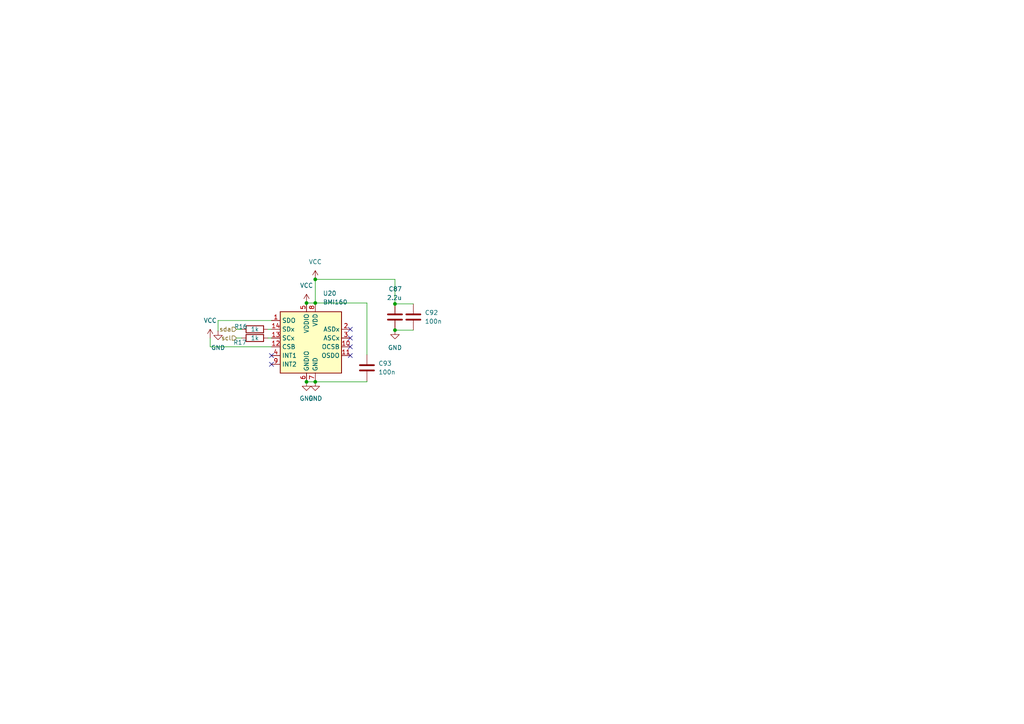
<source format=kicad_sch>
(kicad_sch
	(version 20231120)
	(generator "eeschema")
	(generator_version "8.0")
	(uuid "75fdfd39-2d45-4b2c-8263-49fe88420533")
	(paper "A4")
	(title_block
		(title "BaguettESC100-100")
		(date "2024-11-09")
		(rev "Prot-1")
	)
	(lib_symbols
		(symbol "Device:C"
			(pin_numbers hide)
			(pin_names
				(offset 0.254)
			)
			(exclude_from_sim no)
			(in_bom yes)
			(on_board yes)
			(property "Reference" "C"
				(at 0.635 2.54 0)
				(effects
					(font
						(size 1.27 1.27)
					)
					(justify left)
				)
			)
			(property "Value" "C"
				(at 0.635 -2.54 0)
				(effects
					(font
						(size 1.27 1.27)
					)
					(justify left)
				)
			)
			(property "Footprint" ""
				(at 0.9652 -3.81 0)
				(effects
					(font
						(size 1.27 1.27)
					)
					(hide yes)
				)
			)
			(property "Datasheet" "~"
				(at 0 0 0)
				(effects
					(font
						(size 1.27 1.27)
					)
					(hide yes)
				)
			)
			(property "Description" "Unpolarized capacitor"
				(at 0 0 0)
				(effects
					(font
						(size 1.27 1.27)
					)
					(hide yes)
				)
			)
			(property "ki_keywords" "cap capacitor"
				(at 0 0 0)
				(effects
					(font
						(size 1.27 1.27)
					)
					(hide yes)
				)
			)
			(property "ki_fp_filters" "C_*"
				(at 0 0 0)
				(effects
					(font
						(size 1.27 1.27)
					)
					(hide yes)
				)
			)
			(symbol "C_0_1"
				(polyline
					(pts
						(xy -2.032 -0.762) (xy 2.032 -0.762)
					)
					(stroke
						(width 0.508)
						(type default)
					)
					(fill
						(type none)
					)
				)
				(polyline
					(pts
						(xy -2.032 0.762) (xy 2.032 0.762)
					)
					(stroke
						(width 0.508)
						(type default)
					)
					(fill
						(type none)
					)
				)
			)
			(symbol "C_1_1"
				(pin passive line
					(at 0 3.81 270)
					(length 2.794)
					(name "~"
						(effects
							(font
								(size 1.27 1.27)
							)
						)
					)
					(number "1"
						(effects
							(font
								(size 1.27 1.27)
							)
						)
					)
				)
				(pin passive line
					(at 0 -3.81 90)
					(length 2.794)
					(name "~"
						(effects
							(font
								(size 1.27 1.27)
							)
						)
					)
					(number "2"
						(effects
							(font
								(size 1.27 1.27)
							)
						)
					)
				)
			)
		)
		(symbol "Device:R"
			(pin_numbers hide)
			(pin_names
				(offset 0)
			)
			(exclude_from_sim no)
			(in_bom yes)
			(on_board yes)
			(property "Reference" "R"
				(at 2.032 0 90)
				(effects
					(font
						(size 1.27 1.27)
					)
				)
			)
			(property "Value" "R"
				(at 0 0 90)
				(effects
					(font
						(size 1.27 1.27)
					)
				)
			)
			(property "Footprint" ""
				(at -1.778 0 90)
				(effects
					(font
						(size 1.27 1.27)
					)
					(hide yes)
				)
			)
			(property "Datasheet" "~"
				(at 0 0 0)
				(effects
					(font
						(size 1.27 1.27)
					)
					(hide yes)
				)
			)
			(property "Description" "Resistor"
				(at 0 0 0)
				(effects
					(font
						(size 1.27 1.27)
					)
					(hide yes)
				)
			)
			(property "ki_keywords" "R res resistor"
				(at 0 0 0)
				(effects
					(font
						(size 1.27 1.27)
					)
					(hide yes)
				)
			)
			(property "ki_fp_filters" "R_*"
				(at 0 0 0)
				(effects
					(font
						(size 1.27 1.27)
					)
					(hide yes)
				)
			)
			(symbol "R_0_1"
				(rectangle
					(start -1.016 -2.54)
					(end 1.016 2.54)
					(stroke
						(width 0.254)
						(type default)
					)
					(fill
						(type none)
					)
				)
			)
			(symbol "R_1_1"
				(pin passive line
					(at 0 3.81 270)
					(length 1.27)
					(name "~"
						(effects
							(font
								(size 1.27 1.27)
							)
						)
					)
					(number "1"
						(effects
							(font
								(size 1.27 1.27)
							)
						)
					)
				)
				(pin passive line
					(at 0 -3.81 90)
					(length 1.27)
					(name "~"
						(effects
							(font
								(size 1.27 1.27)
							)
						)
					)
					(number "2"
						(effects
							(font
								(size 1.27 1.27)
							)
						)
					)
				)
			)
		)
		(symbol "Sensor_Motion:BMI160"
			(exclude_from_sim no)
			(in_bom yes)
			(on_board yes)
			(property "Reference" "U"
				(at -10.16 8.89 0)
				(effects
					(font
						(size 1.27 1.27)
					)
					(justify left)
				)
			)
			(property "Value" "BMI160"
				(at 7.62 8.89 0)
				(effects
					(font
						(size 1.27 1.27)
					)
					(justify right)
				)
			)
			(property "Footprint" "Package_LGA:Bosch_LGA-14_3x2.5mm_P0.5mm"
				(at 0 0 0)
				(effects
					(font
						(size 1.27 1.27)
					)
					(hide yes)
				)
			)
			(property "Datasheet" "https://www.bosch-sensortec.com/media/boschsensortec/downloads/datasheets/bst-bmi160-ds000.pdf"
				(at -17.78 21.59 0)
				(effects
					(font
						(size 1.27 1.27)
					)
					(hide yes)
				)
			)
			(property "Description" "Small, low power inertial measurement unit, LGA-14"
				(at 0 0 0)
				(effects
					(font
						(size 1.27 1.27)
					)
					(hide yes)
				)
			)
			(property "ki_keywords" "Bosh IMU small low power inertial measurement unit"
				(at 0 0 0)
				(effects
					(font
						(size 1.27 1.27)
					)
					(hide yes)
				)
			)
			(property "ki_fp_filters" "Bosch*LGA*3x2.5mm*P0.5mm*"
				(at 0 0 0)
				(effects
					(font
						(size 1.27 1.27)
					)
					(hide yes)
				)
			)
			(symbol "BMI160_1_1"
				(rectangle
					(start -10.16 7.62)
					(end 7.62 -10.16)
					(stroke
						(width 0.254)
						(type default)
					)
					(fill
						(type background)
					)
				)
				(pin bidirectional line
					(at -12.7 5.08 0)
					(length 2.54)
					(name "SDO"
						(effects
							(font
								(size 1.27 1.27)
							)
						)
					)
					(number "1"
						(effects
							(font
								(size 1.27 1.27)
							)
						)
					)
				)
				(pin bidirectional line
					(at 10.16 -2.54 180)
					(length 2.54)
					(name "OCSB"
						(effects
							(font
								(size 1.27 1.27)
							)
						)
					)
					(number "10"
						(effects
							(font
								(size 1.27 1.27)
							)
						)
					)
				)
				(pin bidirectional line
					(at 10.16 -5.08 180)
					(length 2.54)
					(name "OSDO"
						(effects
							(font
								(size 1.27 1.27)
							)
						)
					)
					(number "11"
						(effects
							(font
								(size 1.27 1.27)
							)
						)
					)
				)
				(pin input line
					(at -12.7 -2.54 0)
					(length 2.54)
					(name "CSB"
						(effects
							(font
								(size 1.27 1.27)
							)
						)
					)
					(number "12"
						(effects
							(font
								(size 1.27 1.27)
							)
						)
					)
				)
				(pin input line
					(at -12.7 0 0)
					(length 2.54)
					(name "SCx"
						(effects
							(font
								(size 1.27 1.27)
							)
						)
					)
					(number "13"
						(effects
							(font
								(size 1.27 1.27)
							)
						)
					)
				)
				(pin bidirectional line
					(at -12.7 2.54 0)
					(length 2.54)
					(name "SDx"
						(effects
							(font
								(size 1.27 1.27)
							)
						)
					)
					(number "14"
						(effects
							(font
								(size 1.27 1.27)
							)
						)
					)
				)
				(pin bidirectional line
					(at 10.16 2.54 180)
					(length 2.54)
					(name "ASDx"
						(effects
							(font
								(size 1.27 1.27)
							)
						)
					)
					(number "2"
						(effects
							(font
								(size 1.27 1.27)
							)
						)
					)
				)
				(pin output line
					(at 10.16 0 180)
					(length 2.54)
					(name "ASCx"
						(effects
							(font
								(size 1.27 1.27)
							)
						)
					)
					(number "3"
						(effects
							(font
								(size 1.27 1.27)
							)
						)
					)
				)
				(pin bidirectional line
					(at -12.7 -5.08 0)
					(length 2.54)
					(name "INT1"
						(effects
							(font
								(size 1.27 1.27)
							)
						)
					)
					(number "4"
						(effects
							(font
								(size 1.27 1.27)
							)
						)
					)
				)
				(pin power_in line
					(at -2.54 10.16 270)
					(length 2.54)
					(name "VDDIO"
						(effects
							(font
								(size 1.27 1.27)
							)
						)
					)
					(number "5"
						(effects
							(font
								(size 1.27 1.27)
							)
						)
					)
				)
				(pin power_in line
					(at -2.54 -12.7 90)
					(length 2.54)
					(name "GNDIO"
						(effects
							(font
								(size 1.27 1.27)
							)
						)
					)
					(number "6"
						(effects
							(font
								(size 1.27 1.27)
							)
						)
					)
				)
				(pin power_in line
					(at 0 -12.7 90)
					(length 2.54)
					(name "GND"
						(effects
							(font
								(size 1.27 1.27)
							)
						)
					)
					(number "7"
						(effects
							(font
								(size 1.27 1.27)
							)
						)
					)
				)
				(pin power_in line
					(at 0 10.16 270)
					(length 2.54)
					(name "VDD"
						(effects
							(font
								(size 1.27 1.27)
							)
						)
					)
					(number "8"
						(effects
							(font
								(size 1.27 1.27)
							)
						)
					)
				)
				(pin bidirectional line
					(at -12.7 -7.62 0)
					(length 2.54)
					(name "INT2"
						(effects
							(font
								(size 1.27 1.27)
							)
						)
					)
					(number "9"
						(effects
							(font
								(size 1.27 1.27)
							)
						)
					)
				)
			)
		)
		(symbol "power:GND"
			(power)
			(pin_numbers hide)
			(pin_names
				(offset 0) hide)
			(exclude_from_sim no)
			(in_bom yes)
			(on_board yes)
			(property "Reference" "#PWR"
				(at 0 -6.35 0)
				(effects
					(font
						(size 1.27 1.27)
					)
					(hide yes)
				)
			)
			(property "Value" "GND"
				(at 0 -3.81 0)
				(effects
					(font
						(size 1.27 1.27)
					)
				)
			)
			(property "Footprint" ""
				(at 0 0 0)
				(effects
					(font
						(size 1.27 1.27)
					)
					(hide yes)
				)
			)
			(property "Datasheet" ""
				(at 0 0 0)
				(effects
					(font
						(size 1.27 1.27)
					)
					(hide yes)
				)
			)
			(property "Description" "Power symbol creates a global label with name \"GND\" , ground"
				(at 0 0 0)
				(effects
					(font
						(size 1.27 1.27)
					)
					(hide yes)
				)
			)
			(property "ki_keywords" "global power"
				(at 0 0 0)
				(effects
					(font
						(size 1.27 1.27)
					)
					(hide yes)
				)
			)
			(symbol "GND_0_1"
				(polyline
					(pts
						(xy 0 0) (xy 0 -1.27) (xy 1.27 -1.27) (xy 0 -2.54) (xy -1.27 -1.27) (xy 0 -1.27)
					)
					(stroke
						(width 0)
						(type default)
					)
					(fill
						(type none)
					)
				)
			)
			(symbol "GND_1_1"
				(pin power_in line
					(at 0 0 270)
					(length 0)
					(name "~"
						(effects
							(font
								(size 1.27 1.27)
							)
						)
					)
					(number "1"
						(effects
							(font
								(size 1.27 1.27)
							)
						)
					)
				)
			)
		)
		(symbol "power:VCC"
			(power)
			(pin_names
				(offset 0)
			)
			(exclude_from_sim no)
			(in_bom yes)
			(on_board yes)
			(property "Reference" "#PWR"
				(at 0 -3.81 0)
				(effects
					(font
						(size 1.27 1.27)
					)
					(hide yes)
				)
			)
			(property "Value" "VCC"
				(at 0 3.81 0)
				(effects
					(font
						(size 1.27 1.27)
					)
				)
			)
			(property "Footprint" ""
				(at 0 0 0)
				(effects
					(font
						(size 1.27 1.27)
					)
					(hide yes)
				)
			)
			(property "Datasheet" ""
				(at 0 0 0)
				(effects
					(font
						(size 1.27 1.27)
					)
					(hide yes)
				)
			)
			(property "Description" "Power symbol creates a global label with name \"VCC\""
				(at 0 0 0)
				(effects
					(font
						(size 1.27 1.27)
					)
					(hide yes)
				)
			)
			(property "ki_keywords" "global power"
				(at 0 0 0)
				(effects
					(font
						(size 1.27 1.27)
					)
					(hide yes)
				)
			)
			(symbol "VCC_0_1"
				(polyline
					(pts
						(xy -0.762 1.27) (xy 0 2.54)
					)
					(stroke
						(width 0)
						(type default)
					)
					(fill
						(type none)
					)
				)
				(polyline
					(pts
						(xy 0 0) (xy 0 2.54)
					)
					(stroke
						(width 0)
						(type default)
					)
					(fill
						(type none)
					)
				)
				(polyline
					(pts
						(xy 0 2.54) (xy 0.762 1.27)
					)
					(stroke
						(width 0)
						(type default)
					)
					(fill
						(type none)
					)
				)
			)
			(symbol "VCC_1_1"
				(pin power_in line
					(at 0 0 90)
					(length 0) hide
					(name "VCC"
						(effects
							(font
								(size 1.27 1.27)
							)
						)
					)
					(number "1"
						(effects
							(font
								(size 1.27 1.27)
							)
						)
					)
				)
			)
		)
	)
	(junction
		(at 91.44 110.744)
		(diameter 0)
		(color 0 0 0 0)
		(uuid "06059e24-b873-4939-8350-469280a6dc3a")
	)
	(junction
		(at 88.9 87.884)
		(diameter 0)
		(color 0 0 0 0)
		(uuid "10b590b4-15c2-4c24-835a-6418487b809b")
	)
	(junction
		(at 88.9 110.744)
		(diameter 0)
		(color 0 0 0 0)
		(uuid "57c817c4-a7a0-4c54-83b1-6c1b1eee4b08")
	)
	(junction
		(at 91.44 81.026)
		(diameter 0)
		(color 0 0 0 0)
		(uuid "820788f6-b233-4c80-955a-040beee75f81")
	)
	(junction
		(at 114.554 88.138)
		(diameter 0)
		(color 0 0 0 0)
		(uuid "8a3a2821-9204-4c93-b80f-0c48bb921e0a")
	)
	(junction
		(at 114.554 95.758)
		(diameter 0)
		(color 0 0 0 0)
		(uuid "93ca961a-3ebf-4141-b43c-96b42fc51f51")
	)
	(junction
		(at 91.44 87.884)
		(diameter 0)
		(color 0 0 0 0)
		(uuid "d2d66956-276a-4658-9d26-1dd36c123cfb")
	)
	(no_connect
		(at 101.6 95.504)
		(uuid "39e4b508-5eea-4551-8c8a-ae35e10483ad")
	)
	(no_connect
		(at 78.74 105.664)
		(uuid "553f4515-6445-41bf-8b7d-e5c2bb41377e")
	)
	(no_connect
		(at 78.74 103.124)
		(uuid "8ced1f43-13df-4971-be5d-783879b1258c")
	)
	(no_connect
		(at 101.6 103.124)
		(uuid "b9254ee7-1156-4787-8ec9-11c5c4745e84")
	)
	(no_connect
		(at 101.6 98.044)
		(uuid "c3db118a-4b39-45e4-a16b-e0e043b1ea65")
	)
	(no_connect
		(at 101.6 100.584)
		(uuid "d017e502-8b16-4178-86e5-59c92e5058fe")
	)
	(wire
		(pts
			(xy 63.246 96.012) (xy 63.246 92.964)
		)
		(stroke
			(width 0)
			(type default)
		)
		(uuid "0d7fa332-0fcd-4a6a-82ab-c5116ef5a12f")
	)
	(wire
		(pts
			(xy 106.426 87.884) (xy 91.44 87.884)
		)
		(stroke
			(width 0)
			(type default)
		)
		(uuid "0ddd1d96-ee81-4cfd-bb70-d86a0b73e0c2")
	)
	(wire
		(pts
			(xy 106.426 102.87) (xy 106.426 87.884)
		)
		(stroke
			(width 0)
			(type default)
		)
		(uuid "0eed8c92-85fa-4664-899d-b8c36da31368")
	)
	(wire
		(pts
			(xy 60.96 100.584) (xy 78.74 100.584)
		)
		(stroke
			(width 0)
			(type default)
		)
		(uuid "2ba6b3ac-d23a-4b66-928c-a9769c79257a")
	)
	(wire
		(pts
			(xy 68.58 98.044) (xy 70.104 98.044)
		)
		(stroke
			(width 0)
			(type default)
		)
		(uuid "3d89fe97-785a-4127-b506-14766e78fa42")
	)
	(wire
		(pts
			(xy 77.724 95.504) (xy 78.74 95.504)
		)
		(stroke
			(width 0)
			(type default)
		)
		(uuid "70b9ad1b-6889-497a-b704-affbb53bfaf6")
	)
	(wire
		(pts
			(xy 77.724 98.044) (xy 78.74 98.044)
		)
		(stroke
			(width 0)
			(type default)
		)
		(uuid "7459f62c-a11c-49c4-8c6e-d3f9a3101132")
	)
	(wire
		(pts
			(xy 119.888 88.138) (xy 114.554 88.138)
		)
		(stroke
			(width 0)
			(type default)
		)
		(uuid "7d5575e1-10ff-4b2b-9c6b-ee48b36c5a33")
	)
	(wire
		(pts
			(xy 106.426 110.744) (xy 91.44 110.744)
		)
		(stroke
			(width 0)
			(type default)
		)
		(uuid "867c7ae9-55f4-4712-b4d8-0be0caddb3ee")
	)
	(wire
		(pts
			(xy 91.44 110.744) (xy 88.9 110.744)
		)
		(stroke
			(width 0)
			(type default)
		)
		(uuid "8d7eff60-3fdc-4279-9d1d-9a5dbc32edf2")
	)
	(wire
		(pts
			(xy 114.554 88.138) (xy 114.554 81.026)
		)
		(stroke
			(width 0)
			(type default)
		)
		(uuid "988eb77c-f3ec-4405-9506-14b1b186916f")
	)
	(wire
		(pts
			(xy 91.44 81.026) (xy 91.44 87.884)
		)
		(stroke
			(width 0)
			(type default)
		)
		(uuid "9dc87322-81e1-4ba2-b929-ccccf718232b")
	)
	(wire
		(pts
			(xy 119.888 95.758) (xy 114.554 95.758)
		)
		(stroke
			(width 0)
			(type default)
		)
		(uuid "ae61a44e-327d-4e8e-9ef0-ecbb23b8ec04")
	)
	(wire
		(pts
			(xy 60.96 98.044) (xy 60.96 100.584)
		)
		(stroke
			(width 0)
			(type default)
		)
		(uuid "c06f4cd2-b42c-47d5-b3ef-23acd2fcf0ce")
	)
	(wire
		(pts
			(xy 114.554 81.026) (xy 91.44 81.026)
		)
		(stroke
			(width 0)
			(type default)
		)
		(uuid "c810e7e6-e04e-4723-b0ba-d0dff9552b76")
	)
	(wire
		(pts
			(xy 106.426 110.49) (xy 106.426 110.744)
		)
		(stroke
			(width 0)
			(type default)
		)
		(uuid "eb9b2dff-dc78-4e55-a3d6-14dcb6579ca1")
	)
	(wire
		(pts
			(xy 63.246 92.964) (xy 78.74 92.964)
		)
		(stroke
			(width 0)
			(type default)
		)
		(uuid "f399f0ce-61c8-46ee-8edc-118d31162b28")
	)
	(wire
		(pts
			(xy 91.44 87.884) (xy 88.9 87.884)
		)
		(stroke
			(width 0)
			(type default)
		)
		(uuid "f9a6131b-ed0f-41f6-8b86-1c971df24fcf")
	)
	(wire
		(pts
			(xy 68.58 95.504) (xy 70.104 95.504)
		)
		(stroke
			(width 0)
			(type default)
		)
		(uuid "fb3bdda1-6267-42a9-9740-414fac30e122")
	)
	(hierarchical_label "scl"
		(shape input)
		(at 68.58 98.044 180)
		(fields_autoplaced yes)
		(effects
			(font
				(size 1.27 1.27)
			)
			(justify right)
		)
		(uuid "30771a7b-8350-403b-87b2-bdb28ef5458e")
	)
	(hierarchical_label "sda"
		(shape input)
		(at 68.58 95.504 180)
		(fields_autoplaced yes)
		(effects
			(font
				(size 1.27 1.27)
			)
			(justify right)
		)
		(uuid "39f9cd98-47a2-410c-a333-95c22cbb9fb3")
	)
	(symbol
		(lib_id "power:VCC")
		(at 88.9 87.884 0)
		(unit 1)
		(exclude_from_sim no)
		(in_bom yes)
		(on_board yes)
		(dnp no)
		(fields_autoplaced yes)
		(uuid "3825a553-351a-45e1-9284-43a626f82d4a")
		(property "Reference" "#PWR0172"
			(at 88.9 91.694 0)
			(effects
				(font
					(size 1.27 1.27)
				)
				(hide yes)
			)
		)
		(property "Value" "VCC"
			(at 88.9 82.804 0)
			(effects
				(font
					(size 1.27 1.27)
				)
			)
		)
		(property "Footprint" ""
			(at 88.9 87.884 0)
			(effects
				(font
					(size 1.27 1.27)
				)
				(hide yes)
			)
		)
		(property "Datasheet" ""
			(at 88.9 87.884 0)
			(effects
				(font
					(size 1.27 1.27)
				)
				(hide yes)
			)
		)
		(property "Description" ""
			(at 88.9 87.884 0)
			(effects
				(font
					(size 1.27 1.27)
				)
				(hide yes)
			)
		)
		(pin "1"
			(uuid "fe744d62-83ad-4a0e-9b4e-fbcf193116f1")
		)
		(instances
			(project "vesc"
				(path "/473afa24-5103-4f79-a553-15c98718c5e2/9605f91d-2ed7-4200-bea9-73752a555ca7"
					(reference "#PWR0172")
					(unit 1)
				)
			)
		)
	)
	(symbol
		(lib_id "power:GND")
		(at 88.9 110.744 0)
		(unit 1)
		(exclude_from_sim no)
		(in_bom yes)
		(on_board yes)
		(dnp no)
		(fields_autoplaced yes)
		(uuid "474b36be-9393-46eb-97bd-2f685f700071")
		(property "Reference" "#PWR087"
			(at 88.9 117.094 0)
			(effects
				(font
					(size 1.27 1.27)
				)
				(hide yes)
			)
		)
		(property "Value" "GND"
			(at 88.9 115.57 0)
			(effects
				(font
					(size 1.27 1.27)
				)
			)
		)
		(property "Footprint" ""
			(at 88.9 110.744 0)
			(effects
				(font
					(size 1.27 1.27)
				)
				(hide yes)
			)
		)
		(property "Datasheet" ""
			(at 88.9 110.744 0)
			(effects
				(font
					(size 1.27 1.27)
				)
				(hide yes)
			)
		)
		(property "Description" "Power symbol creates a global label with name \"GND\" , ground"
			(at 88.9 110.744 0)
			(effects
				(font
					(size 1.27 1.27)
				)
				(hide yes)
			)
		)
		(pin "1"
			(uuid "57870228-3cf2-446f-926c-8d3f74887ffa")
		)
		(instances
			(project "vesc"
				(path "/473afa24-5103-4f79-a553-15c98718c5e2/9605f91d-2ed7-4200-bea9-73752a555ca7"
					(reference "#PWR087")
					(unit 1)
				)
			)
		)
	)
	(symbol
		(lib_id "Sensor_Motion:BMI160")
		(at 91.44 98.044 0)
		(unit 1)
		(exclude_from_sim no)
		(in_bom yes)
		(on_board yes)
		(dnp no)
		(fields_autoplaced yes)
		(uuid "89312708-5000-40d5-8940-263b881f0593")
		(property "Reference" "U20"
			(at 93.6341 85.09 0)
			(effects
				(font
					(size 1.27 1.27)
				)
				(justify left)
			)
		)
		(property "Value" "BMI160"
			(at 93.6341 87.63 0)
			(effects
				(font
					(size 1.27 1.27)
				)
				(justify left)
			)
		)
		(property "Footprint" "Package_LGA:Bosch_LGA-14_3x2.5mm_P0.5mm"
			(at 91.44 98.044 0)
			(effects
				(font
					(size 1.27 1.27)
				)
				(hide yes)
			)
		)
		(property "Datasheet" "https://www.bosch-sensortec.com/media/boschsensortec/downloads/datasheets/bst-bmi160-ds000.pdf"
			(at 73.66 76.454 0)
			(effects
				(font
					(size 1.27 1.27)
				)
				(hide yes)
			)
		)
		(property "Description" "Small, low power inertial measurement unit, LGA-14"
			(at 91.44 98.044 0)
			(effects
				(font
					(size 1.27 1.27)
				)
				(hide yes)
			)
		)
		(pin "10"
			(uuid "49b80c7d-7f5d-45a4-b866-0073c353989c")
		)
		(pin "12"
			(uuid "4b525951-c3ba-4807-b24b-b01352f8ff55")
		)
		(pin "11"
			(uuid "e7ed0cf9-7fc8-488c-b650-fb4ad1045bc0")
		)
		(pin "6"
			(uuid "a4069730-5651-469a-9fb0-ce3c77463fe0")
		)
		(pin "8"
			(uuid "a8b66529-d896-4ae2-a69d-709b159079fc")
		)
		(pin "5"
			(uuid "adfa36d7-570b-4323-9624-a711bed16ac7")
		)
		(pin "14"
			(uuid "e9d12f2a-dd02-40e6-b181-b82f0ba258b9")
		)
		(pin "2"
			(uuid "f46f8539-a97c-48c5-800b-a6e9ea3bfd37")
		)
		(pin "1"
			(uuid "a1e47ab2-eb59-4c5d-b44b-5703272f8fb2")
		)
		(pin "9"
			(uuid "588c3dd5-beb6-42f2-8b62-dc1ae0465c0d")
		)
		(pin "13"
			(uuid "cddb6050-2386-4092-a587-37e69ec67c52")
		)
		(pin "4"
			(uuid "d1c09ba2-d14f-4fbd-8e61-cc60e15b2ee9")
		)
		(pin "7"
			(uuid "bfa284b6-1663-4564-b653-702eecaaa85c")
		)
		(pin "3"
			(uuid "a733fd2e-d84b-4063-bc00-00f7bf54ada9")
		)
		(instances
			(project "vesc"
				(path "/473afa24-5103-4f79-a553-15c98718c5e2/9605f91d-2ed7-4200-bea9-73752a555ca7"
					(reference "U20")
					(unit 1)
				)
			)
		)
	)
	(symbol
		(lib_id "power:GND")
		(at 91.44 110.744 0)
		(unit 1)
		(exclude_from_sim no)
		(in_bom yes)
		(on_board yes)
		(dnp no)
		(fields_autoplaced yes)
		(uuid "8bce1215-6c02-450f-8a16-34ed4f250141")
		(property "Reference" "#PWR088"
			(at 91.44 117.094 0)
			(effects
				(font
					(size 1.27 1.27)
				)
				(hide yes)
			)
		)
		(property "Value" "GND"
			(at 91.44 115.57 0)
			(effects
				(font
					(size 1.27 1.27)
				)
			)
		)
		(property "Footprint" ""
			(at 91.44 110.744 0)
			(effects
				(font
					(size 1.27 1.27)
				)
				(hide yes)
			)
		)
		(property "Datasheet" ""
			(at 91.44 110.744 0)
			(effects
				(font
					(size 1.27 1.27)
				)
				(hide yes)
			)
		)
		(property "Description" "Power symbol creates a global label with name \"GND\" , ground"
			(at 91.44 110.744 0)
			(effects
				(font
					(size 1.27 1.27)
				)
				(hide yes)
			)
		)
		(pin "1"
			(uuid "4e4ea290-b89d-42de-bbbb-04135b5f5217")
		)
		(instances
			(project "vesc"
				(path "/473afa24-5103-4f79-a553-15c98718c5e2/9605f91d-2ed7-4200-bea9-73752a555ca7"
					(reference "#PWR088")
					(unit 1)
				)
			)
		)
	)
	(symbol
		(lib_id "Device:R")
		(at 73.914 95.504 270)
		(unit 1)
		(exclude_from_sim no)
		(in_bom yes)
		(on_board yes)
		(dnp no)
		(uuid "a1c1b706-4c4b-43cc-b128-046f4c5893c3")
		(property "Reference" "R16"
			(at 69.85 94.742 90)
			(effects
				(font
					(size 1.27 1.27)
				)
			)
		)
		(property "Value" "1k"
			(at 73.914 95.504 90)
			(effects
				(font
					(size 1.27 1.27)
				)
			)
		)
		(property "Footprint" "Resistor_SMD:R_0603_1608Metric"
			(at 73.914 93.726 90)
			(effects
				(font
					(size 1.27 1.27)
				)
				(hide yes)
			)
		)
		(property "Datasheet" "~"
			(at 73.914 95.504 0)
			(effects
				(font
					(size 1.27 1.27)
				)
				(hide yes)
			)
		)
		(property "Description" ""
			(at 73.914 95.504 0)
			(effects
				(font
					(size 1.27 1.27)
				)
				(hide yes)
			)
		)
		(pin "1"
			(uuid "ef13fb86-3ea2-4f36-975b-67d78016a55b")
		)
		(pin "2"
			(uuid "fa21593b-66e9-40e6-a98e-b993fee16f4c")
		)
		(instances
			(project "vesc"
				(path "/473afa24-5103-4f79-a553-15c98718c5e2/9605f91d-2ed7-4200-bea9-73752a555ca7"
					(reference "R16")
					(unit 1)
				)
			)
		)
	)
	(symbol
		(lib_id "Device:C")
		(at 114.554 91.948 0)
		(mirror x)
		(unit 1)
		(exclude_from_sim no)
		(in_bom yes)
		(on_board yes)
		(dnp no)
		(uuid "a2ab6f49-c26f-453e-9522-0733130fdde9")
		(property "Reference" "C87"
			(at 116.586 83.82 0)
			(effects
				(font
					(size 1.27 1.27)
				)
				(justify right)
			)
		)
		(property "Value" "2.2u"
			(at 116.586 86.36 0)
			(effects
				(font
					(size 1.27 1.27)
				)
				(justify right)
			)
		)
		(property "Footprint" "Capacitor_SMD:C_0805_2012Metric"
			(at 115.5192 88.138 0)
			(effects
				(font
					(size 1.27 1.27)
				)
				(hide yes)
			)
		)
		(property "Datasheet" "~"
			(at 114.554 91.948 0)
			(effects
				(font
					(size 1.27 1.27)
				)
				(hide yes)
			)
		)
		(property "Description" ""
			(at 114.554 91.948 0)
			(effects
				(font
					(size 1.27 1.27)
				)
				(hide yes)
			)
		)
		(pin "1"
			(uuid "81b97265-5f8a-42b0-9f39-100e0d000b0f")
		)
		(pin "2"
			(uuid "e951f797-cd5d-481a-aef6-d960ae5c40a5")
		)
		(instances
			(project "vesc"
				(path "/473afa24-5103-4f79-a553-15c98718c5e2/9605f91d-2ed7-4200-bea9-73752a555ca7"
					(reference "C87")
					(unit 1)
				)
			)
		)
	)
	(symbol
		(lib_id "Device:C")
		(at 119.888 91.948 180)
		(unit 1)
		(exclude_from_sim no)
		(in_bom yes)
		(on_board yes)
		(dnp no)
		(fields_autoplaced yes)
		(uuid "ba6d6d0d-0a16-4020-911e-e3679bedf34b")
		(property "Reference" "C92"
			(at 123.19 90.678 0)
			(effects
				(font
					(size 1.27 1.27)
				)
				(justify right)
			)
		)
		(property "Value" "100n"
			(at 123.19 93.218 0)
			(effects
				(font
					(size 1.27 1.27)
				)
				(justify right)
			)
		)
		(property "Footprint" "Capacitor_SMD:C_0402_1005Metric"
			(at 118.9228 88.138 0)
			(effects
				(font
					(size 1.27 1.27)
				)
				(hide yes)
			)
		)
		(property "Datasheet" "~"
			(at 119.888 91.948 0)
			(effects
				(font
					(size 1.27 1.27)
				)
				(hide yes)
			)
		)
		(property "Description" ""
			(at 119.888 91.948 0)
			(effects
				(font
					(size 1.27 1.27)
				)
				(hide yes)
			)
		)
		(pin "1"
			(uuid "26abe3dd-a735-484c-914a-cdf21fc93d37")
		)
		(pin "2"
			(uuid "089a6efb-e7bf-4140-ba25-0737edd1f4c5")
		)
		(instances
			(project "vesc"
				(path "/473afa24-5103-4f79-a553-15c98718c5e2/9605f91d-2ed7-4200-bea9-73752a555ca7"
					(reference "C92")
					(unit 1)
				)
			)
		)
	)
	(symbol
		(lib_id "power:VCC")
		(at 60.96 98.044 0)
		(unit 1)
		(exclude_from_sim no)
		(in_bom yes)
		(on_board yes)
		(dnp no)
		(fields_autoplaced yes)
		(uuid "c39eb7fb-4e20-4210-a9a7-8f9c40ac83a1")
		(property "Reference" "#PWR0173"
			(at 60.96 101.854 0)
			(effects
				(font
					(size 1.27 1.27)
				)
				(hide yes)
			)
		)
		(property "Value" "VCC"
			(at 60.96 92.964 0)
			(effects
				(font
					(size 1.27 1.27)
				)
			)
		)
		(property "Footprint" ""
			(at 60.96 98.044 0)
			(effects
				(font
					(size 1.27 1.27)
				)
				(hide yes)
			)
		)
		(property "Datasheet" ""
			(at 60.96 98.044 0)
			(effects
				(font
					(size 1.27 1.27)
				)
				(hide yes)
			)
		)
		(property "Description" ""
			(at 60.96 98.044 0)
			(effects
				(font
					(size 1.27 1.27)
				)
				(hide yes)
			)
		)
		(pin "1"
			(uuid "fd2fb7c5-27de-4900-97c4-de811eb1647d")
		)
		(instances
			(project "vesc"
				(path "/473afa24-5103-4f79-a553-15c98718c5e2/9605f91d-2ed7-4200-bea9-73752a555ca7"
					(reference "#PWR0173")
					(unit 1)
				)
			)
		)
	)
	(symbol
		(lib_id "Device:R")
		(at 73.914 98.044 270)
		(unit 1)
		(exclude_from_sim no)
		(in_bom yes)
		(on_board yes)
		(dnp no)
		(uuid "cca93eb8-f895-4446-a463-1a0aa2f59098")
		(property "Reference" "R17"
			(at 69.596 99.314 90)
			(effects
				(font
					(size 1.27 1.27)
				)
			)
		)
		(property "Value" "1k"
			(at 73.914 98.044 90)
			(effects
				(font
					(size 1.27 1.27)
				)
			)
		)
		(property "Footprint" "Resistor_SMD:R_0603_1608Metric"
			(at 73.914 96.266 90)
			(effects
				(font
					(size 1.27 1.27)
				)
				(hide yes)
			)
		)
		(property "Datasheet" "~"
			(at 73.914 98.044 0)
			(effects
				(font
					(size 1.27 1.27)
				)
				(hide yes)
			)
		)
		(property "Description" ""
			(at 73.914 98.044 0)
			(effects
				(font
					(size 1.27 1.27)
				)
				(hide yes)
			)
		)
		(pin "1"
			(uuid "9e8dd5a6-fa6f-4ca9-a062-50ac1fdcf477")
		)
		(pin "2"
			(uuid "854d9582-1f52-4d2e-a9b8-7b5e3d6df793")
		)
		(instances
			(project "vesc"
				(path "/473afa24-5103-4f79-a553-15c98718c5e2/9605f91d-2ed7-4200-bea9-73752a555ca7"
					(reference "R17")
					(unit 1)
				)
			)
		)
	)
	(symbol
		(lib_id "power:VCC")
		(at 91.44 81.026 0)
		(unit 1)
		(exclude_from_sim no)
		(in_bom yes)
		(on_board yes)
		(dnp no)
		(fields_autoplaced yes)
		(uuid "def06212-b8b9-4357-8362-823c598bc914")
		(property "Reference" "#PWR099"
			(at 91.44 84.836 0)
			(effects
				(font
					(size 1.27 1.27)
				)
				(hide yes)
			)
		)
		(property "Value" "VCC"
			(at 91.44 75.946 0)
			(effects
				(font
					(size 1.27 1.27)
				)
			)
		)
		(property "Footprint" ""
			(at 91.44 81.026 0)
			(effects
				(font
					(size 1.27 1.27)
				)
				(hide yes)
			)
		)
		(property "Datasheet" ""
			(at 91.44 81.026 0)
			(effects
				(font
					(size 1.27 1.27)
				)
				(hide yes)
			)
		)
		(property "Description" ""
			(at 91.44 81.026 0)
			(effects
				(font
					(size 1.27 1.27)
				)
				(hide yes)
			)
		)
		(pin "1"
			(uuid "14aa0971-79a5-472f-bee4-0dd325420ca0")
		)
		(instances
			(project "vesc"
				(path "/473afa24-5103-4f79-a553-15c98718c5e2/9605f91d-2ed7-4200-bea9-73752a555ca7"
					(reference "#PWR099")
					(unit 1)
				)
			)
		)
	)
	(symbol
		(lib_id "power:GND")
		(at 63.246 96.012 0)
		(unit 1)
		(exclude_from_sim no)
		(in_bom yes)
		(on_board yes)
		(dnp no)
		(fields_autoplaced yes)
		(uuid "e40b3e14-4bc2-4acf-826f-dc1ac2244aea")
		(property "Reference" "#PWR086"
			(at 63.246 102.362 0)
			(effects
				(font
					(size 1.27 1.27)
				)
				(hide yes)
			)
		)
		(property "Value" "GND"
			(at 63.246 100.838 0)
			(effects
				(font
					(size 1.27 1.27)
				)
			)
		)
		(property "Footprint" ""
			(at 63.246 96.012 0)
			(effects
				(font
					(size 1.27 1.27)
				)
				(hide yes)
			)
		)
		(property "Datasheet" ""
			(at 63.246 96.012 0)
			(effects
				(font
					(size 1.27 1.27)
				)
				(hide yes)
			)
		)
		(property "Description" "Power symbol creates a global label with name \"GND\" , ground"
			(at 63.246 96.012 0)
			(effects
				(font
					(size 1.27 1.27)
				)
				(hide yes)
			)
		)
		(pin "1"
			(uuid "33cf7fc1-7984-413c-88e4-8f3eb230c999")
		)
		(instances
			(project "vesc"
				(path "/473afa24-5103-4f79-a553-15c98718c5e2/9605f91d-2ed7-4200-bea9-73752a555ca7"
					(reference "#PWR086")
					(unit 1)
				)
			)
		)
	)
	(symbol
		(lib_id "power:GND")
		(at 114.554 95.758 0)
		(unit 1)
		(exclude_from_sim no)
		(in_bom yes)
		(on_board yes)
		(dnp no)
		(fields_autoplaced yes)
		(uuid "f6608fad-fe8c-4af9-8f9d-1af9598126e3")
		(property "Reference" "#PWR0175"
			(at 114.554 102.108 0)
			(effects
				(font
					(size 1.27 1.27)
				)
				(hide yes)
			)
		)
		(property "Value" "GND"
			(at 114.554 100.838 0)
			(effects
				(font
					(size 1.27 1.27)
				)
			)
		)
		(property "Footprint" ""
			(at 114.554 95.758 0)
			(effects
				(font
					(size 1.27 1.27)
				)
				(hide yes)
			)
		)
		(property "Datasheet" ""
			(at 114.554 95.758 0)
			(effects
				(font
					(size 1.27 1.27)
				)
				(hide yes)
			)
		)
		(property "Description" ""
			(at 114.554 95.758 0)
			(effects
				(font
					(size 1.27 1.27)
				)
				(hide yes)
			)
		)
		(pin "1"
			(uuid "845aeb65-b8d2-4051-b0c5-ccf7a7e6206e")
		)
		(instances
			(project "vesc"
				(path "/473afa24-5103-4f79-a553-15c98718c5e2/9605f91d-2ed7-4200-bea9-73752a555ca7"
					(reference "#PWR0175")
					(unit 1)
				)
			)
		)
	)
	(symbol
		(lib_id "Device:C")
		(at 106.426 106.68 180)
		(unit 1)
		(exclude_from_sim no)
		(in_bom yes)
		(on_board yes)
		(dnp no)
		(fields_autoplaced yes)
		(uuid "f70fb7df-f2c0-4c9c-8e5c-951fe1a9ef43")
		(property "Reference" "C93"
			(at 109.728 105.41 0)
			(effects
				(font
					(size 1.27 1.27)
				)
				(justify right)
			)
		)
		(property "Value" "100n"
			(at 109.728 107.95 0)
			(effects
				(font
					(size 1.27 1.27)
				)
				(justify right)
			)
		)
		(property "Footprint" "Capacitor_SMD:C_0402_1005Metric"
			(at 105.4608 102.87 0)
			(effects
				(font
					(size 1.27 1.27)
				)
				(hide yes)
			)
		)
		(property "Datasheet" "~"
			(at 106.426 106.68 0)
			(effects
				(font
					(size 1.27 1.27)
				)
				(hide yes)
			)
		)
		(property "Description" ""
			(at 106.426 106.68 0)
			(effects
				(font
					(size 1.27 1.27)
				)
				(hide yes)
			)
		)
		(pin "1"
			(uuid "8f213d7d-8845-43b9-b9c9-f99f5b680fc3")
		)
		(pin "2"
			(uuid "a822234a-e2f8-43a9-b3ea-5b0b5828250a")
		)
		(instances
			(project "vesc"
				(path "/473afa24-5103-4f79-a553-15c98718c5e2/9605f91d-2ed7-4200-bea9-73752a555ca7"
					(reference "C93")
					(unit 1)
				)
			)
		)
	)
)

</source>
